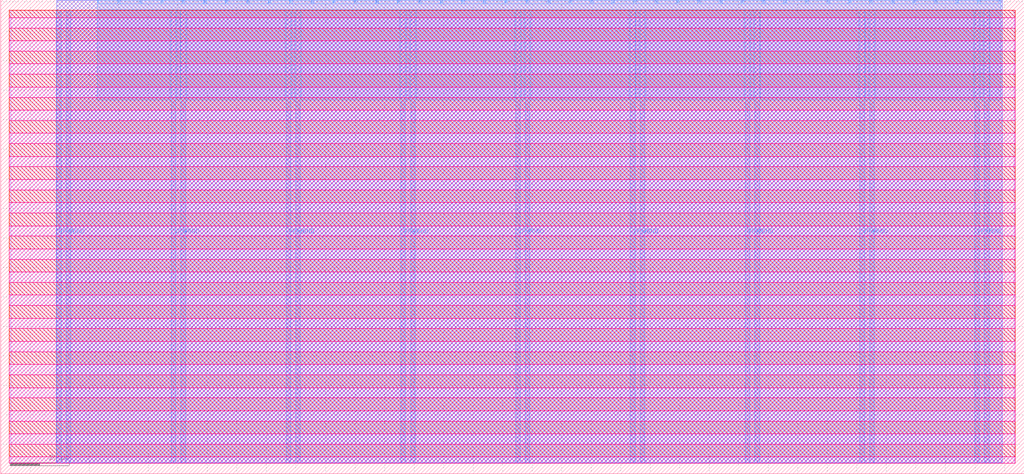
<source format=lef>
VERSION 5.7 ;
  NOWIREEXTENSIONATPIN ON ;
  DIVIDERCHAR "/" ;
  BUSBITCHARS "[]" ;
MACRO tt_um_dlmiles_loopback
  CLASS BLOCK ;
  FOREIGN tt_um_dlmiles_loopback ;
  ORIGIN 0.000 0.000 ;
  SIZE 346.640 BY 160.720 ;
  PIN VGND
    DIRECTION INOUT ;
    USE GROUND ;
    PORT
      LAYER Metal4 ;
        RECT 22.180 3.620 23.780 157.100 ;
    END
    PORT
      LAYER Metal4 ;
        RECT 61.050 3.620 62.650 157.100 ;
    END
    PORT
      LAYER Metal4 ;
        RECT 99.920 3.620 101.520 157.100 ;
    END
    PORT
      LAYER Metal4 ;
        RECT 138.790 3.620 140.390 157.100 ;
    END
    PORT
      LAYER Metal4 ;
        RECT 177.660 3.620 179.260 157.100 ;
    END
    PORT
      LAYER Metal4 ;
        RECT 216.530 3.620 218.130 157.100 ;
    END
    PORT
      LAYER Metal4 ;
        RECT 255.400 3.620 257.000 157.100 ;
    END
    PORT
      LAYER Metal4 ;
        RECT 294.270 3.620 295.870 157.100 ;
    END
    PORT
      LAYER Metal4 ;
        RECT 333.140 3.620 334.740 157.100 ;
    END
  END VGND
  PIN VPWR
    DIRECTION INOUT ;
    USE POWER ;
    PORT
      LAYER Metal4 ;
        RECT 18.880 3.620 20.480 157.100 ;
    END
    PORT
      LAYER Metal4 ;
        RECT 57.750 3.620 59.350 157.100 ;
    END
    PORT
      LAYER Metal4 ;
        RECT 96.620 3.620 98.220 157.100 ;
    END
    PORT
      LAYER Metal4 ;
        RECT 135.490 3.620 137.090 157.100 ;
    END
    PORT
      LAYER Metal4 ;
        RECT 174.360 3.620 175.960 157.100 ;
    END
    PORT
      LAYER Metal4 ;
        RECT 213.230 3.620 214.830 157.100 ;
    END
    PORT
      LAYER Metal4 ;
        RECT 252.100 3.620 253.700 157.100 ;
    END
    PORT
      LAYER Metal4 ;
        RECT 290.970 3.620 292.570 157.100 ;
    END
    PORT
      LAYER Metal4 ;
        RECT 329.840 3.620 331.440 157.100 ;
    END
  END VPWR
  PIN clk
    DIRECTION INPUT ;
    USE SIGNAL ;
    ANTENNAGATEAREA 4.738000 ;
    PORT
      LAYER Metal4 ;
        RECT 331.090 159.720 331.390 160.720 ;
    END
  END clk
  PIN ena
    DIRECTION INPUT ;
    USE SIGNAL ;
    ANTENNAGATEAREA 0.396000 ;
    PORT
      LAYER Metal4 ;
        RECT 338.370 159.720 338.670 160.720 ;
    END
  END ena
  PIN rst_n
    DIRECTION INPUT ;
    USE SIGNAL ;
    ANTENNAGATEAREA 0.498500 ;
    PORT
      LAYER Metal4 ;
        RECT 323.810 159.720 324.110 160.720 ;
    END
  END rst_n
  PIN ui_in[0]
    DIRECTION INPUT ;
    USE SIGNAL ;
    ANTENNAGATEAREA 0.726000 ;
    PORT
      LAYER Metal4 ;
        RECT 316.530 159.720 316.830 160.720 ;
    END
  END ui_in[0]
  PIN ui_in[1]
    DIRECTION INPUT ;
    USE SIGNAL ;
    ANTENNAGATEAREA 0.396000 ;
    PORT
      LAYER Metal4 ;
        RECT 309.250 159.720 309.550 160.720 ;
    END
  END ui_in[1]
  PIN ui_in[2]
    DIRECTION INPUT ;
    USE SIGNAL ;
    ANTENNAGATEAREA 0.396000 ;
    PORT
      LAYER Metal4 ;
        RECT 301.970 159.720 302.270 160.720 ;
    END
  END ui_in[2]
  PIN ui_in[3]
    DIRECTION INPUT ;
    USE SIGNAL ;
    ANTENNAGATEAREA 0.396000 ;
    PORT
      LAYER Metal4 ;
        RECT 294.690 159.720 294.990 160.720 ;
    END
  END ui_in[3]
  PIN ui_in[4]
    DIRECTION INPUT ;
    USE SIGNAL ;
    ANTENNAGATEAREA 0.396000 ;
    PORT
      LAYER Metal4 ;
        RECT 287.410 159.720 287.710 160.720 ;
    END
  END ui_in[4]
  PIN ui_in[5]
    DIRECTION INPUT ;
    USE SIGNAL ;
    ANTENNAGATEAREA 0.396000 ;
    PORT
      LAYER Metal4 ;
        RECT 280.130 159.720 280.430 160.720 ;
    END
  END ui_in[5]
  PIN ui_in[6]
    DIRECTION INPUT ;
    USE SIGNAL ;
    ANTENNAGATEAREA 0.396000 ;
    PORT
      LAYER Metal4 ;
        RECT 272.850 159.720 273.150 160.720 ;
    END
  END ui_in[6]
  PIN ui_in[7]
    DIRECTION INPUT ;
    USE SIGNAL ;
    ANTENNAGATEAREA 0.396000 ;
    PORT
      LAYER Metal4 ;
        RECT 265.570 159.720 265.870 160.720 ;
    END
  END ui_in[7]
  PIN uio_in[0]
    DIRECTION INPUT ;
    USE SIGNAL ;
    ANTENNAGATEAREA 0.396000 ;
    PORT
      LAYER Metal4 ;
        RECT 258.290 159.720 258.590 160.720 ;
    END
  END uio_in[0]
  PIN uio_in[1]
    DIRECTION INPUT ;
    USE SIGNAL ;
    ANTENNAGATEAREA 0.396000 ;
    PORT
      LAYER Metal4 ;
        RECT 251.010 159.720 251.310 160.720 ;
    END
  END uio_in[1]
  PIN uio_in[2]
    DIRECTION INPUT ;
    USE SIGNAL ;
    ANTENNAGATEAREA 0.396000 ;
    PORT
      LAYER Metal4 ;
        RECT 243.730 159.720 244.030 160.720 ;
    END
  END uio_in[2]
  PIN uio_in[3]
    DIRECTION INPUT ;
    USE SIGNAL ;
    ANTENNAGATEAREA 0.396000 ;
    PORT
      LAYER Metal4 ;
        RECT 236.450 159.720 236.750 160.720 ;
    END
  END uio_in[3]
  PIN uio_in[4]
    DIRECTION INPUT ;
    USE SIGNAL ;
    ANTENNAGATEAREA 0.396000 ;
    PORT
      LAYER Metal4 ;
        RECT 229.170 159.720 229.470 160.720 ;
    END
  END uio_in[4]
  PIN uio_in[5]
    DIRECTION INPUT ;
    USE SIGNAL ;
    ANTENNAGATEAREA 0.396000 ;
    PORT
      LAYER Metal4 ;
        RECT 221.890 159.720 222.190 160.720 ;
    END
  END uio_in[5]
  PIN uio_in[6]
    DIRECTION INPUT ;
    USE SIGNAL ;
    ANTENNAGATEAREA 0.396000 ;
    PORT
      LAYER Metal4 ;
        RECT 214.610 159.720 214.910 160.720 ;
    END
  END uio_in[6]
  PIN uio_in[7]
    DIRECTION INPUT ;
    USE SIGNAL ;
    ANTENNAGATEAREA 0.396000 ;
    PORT
      LAYER Metal4 ;
        RECT 207.330 159.720 207.630 160.720 ;
    END
  END uio_in[7]
  PIN uio_oe[0]
    DIRECTION OUTPUT ;
    USE SIGNAL ;
    ANTENNADIFFAREA 1.986000 ;
    PORT
      LAYER Metal4 ;
        RECT 83.570 159.720 83.870 160.720 ;
    END
  END uio_oe[0]
  PIN uio_oe[1]
    DIRECTION OUTPUT ;
    USE SIGNAL ;
    ANTENNADIFFAREA 1.986000 ;
    PORT
      LAYER Metal4 ;
        RECT 76.290 159.720 76.590 160.720 ;
    END
  END uio_oe[1]
  PIN uio_oe[2]
    DIRECTION OUTPUT ;
    USE SIGNAL ;
    ANTENNADIFFAREA 1.986000 ;
    PORT
      LAYER Metal4 ;
        RECT 69.010 159.720 69.310 160.720 ;
    END
  END uio_oe[2]
  PIN uio_oe[3]
    DIRECTION OUTPUT ;
    USE SIGNAL ;
    ANTENNADIFFAREA 1.986000 ;
    PORT
      LAYER Metal4 ;
        RECT 61.730 159.720 62.030 160.720 ;
    END
  END uio_oe[3]
  PIN uio_oe[4]
    DIRECTION OUTPUT ;
    USE SIGNAL ;
    ANTENNADIFFAREA 1.986000 ;
    PORT
      LAYER Metal4 ;
        RECT 54.450 159.720 54.750 160.720 ;
    END
  END uio_oe[4]
  PIN uio_oe[5]
    DIRECTION OUTPUT ;
    USE SIGNAL ;
    ANTENNADIFFAREA 1.986000 ;
    PORT
      LAYER Metal4 ;
        RECT 47.170 159.720 47.470 160.720 ;
    END
  END uio_oe[5]
  PIN uio_oe[6]
    DIRECTION OUTPUT ;
    USE SIGNAL ;
    ANTENNADIFFAREA 1.986000 ;
    PORT
      LAYER Metal4 ;
        RECT 39.890 159.720 40.190 160.720 ;
    END
  END uio_oe[6]
  PIN uio_oe[7]
    DIRECTION OUTPUT ;
    USE SIGNAL ;
    ANTENNAGATEAREA 14.853000 ;
    ANTENNADIFFAREA 4.408000 ;
    PORT
      LAYER Metal4 ;
        RECT 32.610 159.720 32.910 160.720 ;
    END
  END uio_oe[7]
  PIN uio_out[0]
    DIRECTION OUTPUT ;
    USE SIGNAL ;
    ANTENNADIFFAREA 1.986000 ;
    PORT
      LAYER Metal4 ;
        RECT 141.810 159.720 142.110 160.720 ;
    END
  END uio_out[0]
  PIN uio_out[1]
    DIRECTION OUTPUT ;
    USE SIGNAL ;
    ANTENNADIFFAREA 1.986000 ;
    PORT
      LAYER Metal4 ;
        RECT 134.530 159.720 134.830 160.720 ;
    END
  END uio_out[1]
  PIN uio_out[2]
    DIRECTION OUTPUT ;
    USE SIGNAL ;
    ANTENNADIFFAREA 1.986000 ;
    PORT
      LAYER Metal4 ;
        RECT 127.250 159.720 127.550 160.720 ;
    END
  END uio_out[2]
  PIN uio_out[3]
    DIRECTION OUTPUT ;
    USE SIGNAL ;
    ANTENNADIFFAREA 1.986000 ;
    PORT
      LAYER Metal4 ;
        RECT 119.970 159.720 120.270 160.720 ;
    END
  END uio_out[3]
  PIN uio_out[4]
    DIRECTION OUTPUT ;
    USE SIGNAL ;
    ANTENNADIFFAREA 1.986000 ;
    PORT
      LAYER Metal4 ;
        RECT 112.690 159.720 112.990 160.720 ;
    END
  END uio_out[4]
  PIN uio_out[5]
    DIRECTION OUTPUT ;
    USE SIGNAL ;
    ANTENNADIFFAREA 1.986000 ;
    PORT
      LAYER Metal4 ;
        RECT 105.410 159.720 105.710 160.720 ;
    END
  END uio_out[5]
  PIN uio_out[6]
    DIRECTION OUTPUT ;
    USE SIGNAL ;
    ANTENNADIFFAREA 2.080400 ;
    PORT
      LAYER Metal4 ;
        RECT 98.130 159.720 98.430 160.720 ;
    END
  END uio_out[6]
  PIN uio_out[7]
    DIRECTION OUTPUT ;
    USE SIGNAL ;
    ANTENNADIFFAREA 1.986000 ;
    PORT
      LAYER Metal4 ;
        RECT 90.850 159.720 91.150 160.720 ;
    END
  END uio_out[7]
  PIN uo_out[0]
    DIRECTION OUTPUT ;
    USE SIGNAL ;
    ANTENNADIFFAREA 1.986000 ;
    PORT
      LAYER Metal4 ;
        RECT 200.050 159.720 200.350 160.720 ;
    END
  END uo_out[0]
  PIN uo_out[1]
    DIRECTION OUTPUT ;
    USE SIGNAL ;
    ANTENNADIFFAREA 1.986000 ;
    PORT
      LAYER Metal4 ;
        RECT 192.770 159.720 193.070 160.720 ;
    END
  END uo_out[1]
  PIN uo_out[2]
    DIRECTION OUTPUT ;
    USE SIGNAL ;
    ANTENNADIFFAREA 1.986000 ;
    PORT
      LAYER Metal4 ;
        RECT 185.490 159.720 185.790 160.720 ;
    END
  END uo_out[2]
  PIN uo_out[3]
    DIRECTION OUTPUT ;
    USE SIGNAL ;
    ANTENNAGATEAREA 3.549000 ;
    ANTENNADIFFAREA 2.304600 ;
    PORT
      LAYER Metal4 ;
        RECT 178.210 159.720 178.510 160.720 ;
    END
  END uo_out[3]
  PIN uo_out[4]
    DIRECTION OUTPUT ;
    USE SIGNAL ;
    ANTENNADIFFAREA 2.304600 ;
    PORT
      LAYER Metal4 ;
        RECT 170.930 159.720 171.230 160.720 ;
    END
  END uo_out[4]
  PIN uo_out[5]
    DIRECTION OUTPUT ;
    USE SIGNAL ;
    ANTENNADIFFAREA 2.304600 ;
    PORT
      LAYER Metal4 ;
        RECT 163.650 159.720 163.950 160.720 ;
    END
  END uo_out[5]
  PIN uo_out[6]
    DIRECTION OUTPUT ;
    USE SIGNAL ;
    ANTENNADIFFAREA 1.986000 ;
    PORT
      LAYER Metal4 ;
        RECT 156.370 159.720 156.670 160.720 ;
    END
  END uo_out[6]
  PIN uo_out[7]
    DIRECTION OUTPUT ;
    USE SIGNAL ;
    ANTENNADIFFAREA 3.879200 ;
    PORT
      LAYER Metal4 ;
        RECT 149.090 159.720 149.390 160.720 ;
    END
  END uo_out[7]
  OBS
      LAYER Nwell ;
        RECT 2.930 154.640 343.710 157.230 ;
      LAYER Pwell ;
        RECT 2.930 151.120 343.710 154.640 ;
      LAYER Nwell ;
        RECT 2.930 146.800 343.710 151.120 ;
      LAYER Pwell ;
        RECT 2.930 143.280 343.710 146.800 ;
      LAYER Nwell ;
        RECT 2.930 138.960 343.710 143.280 ;
      LAYER Pwell ;
        RECT 2.930 135.440 343.710 138.960 ;
      LAYER Nwell ;
        RECT 2.930 131.120 343.710 135.440 ;
      LAYER Pwell ;
        RECT 2.930 127.600 343.710 131.120 ;
      LAYER Nwell ;
        RECT 2.930 123.280 343.710 127.600 ;
      LAYER Pwell ;
        RECT 2.930 119.760 343.710 123.280 ;
      LAYER Nwell ;
        RECT 2.930 115.440 343.710 119.760 ;
      LAYER Pwell ;
        RECT 2.930 111.920 343.710 115.440 ;
      LAYER Nwell ;
        RECT 2.930 107.600 343.710 111.920 ;
      LAYER Pwell ;
        RECT 2.930 104.080 343.710 107.600 ;
      LAYER Nwell ;
        RECT 2.930 99.760 343.710 104.080 ;
      LAYER Pwell ;
        RECT 2.930 96.240 343.710 99.760 ;
      LAYER Nwell ;
        RECT 2.930 91.920 343.710 96.240 ;
      LAYER Pwell ;
        RECT 2.930 88.400 343.710 91.920 ;
      LAYER Nwell ;
        RECT 2.930 84.080 343.710 88.400 ;
      LAYER Pwell ;
        RECT 2.930 80.560 343.710 84.080 ;
      LAYER Nwell ;
        RECT 2.930 76.240 343.710 80.560 ;
      LAYER Pwell ;
        RECT 2.930 72.720 343.710 76.240 ;
      LAYER Nwell ;
        RECT 2.930 68.400 343.710 72.720 ;
      LAYER Pwell ;
        RECT 2.930 64.880 343.710 68.400 ;
      LAYER Nwell ;
        RECT 2.930 60.560 343.710 64.880 ;
      LAYER Pwell ;
        RECT 2.930 57.040 343.710 60.560 ;
      LAYER Nwell ;
        RECT 2.930 52.720 343.710 57.040 ;
      LAYER Pwell ;
        RECT 2.930 49.200 343.710 52.720 ;
      LAYER Nwell ;
        RECT 2.930 44.880 343.710 49.200 ;
      LAYER Pwell ;
        RECT 2.930 41.360 343.710 44.880 ;
      LAYER Nwell ;
        RECT 2.930 37.040 343.710 41.360 ;
      LAYER Pwell ;
        RECT 2.930 33.520 343.710 37.040 ;
      LAYER Nwell ;
        RECT 2.930 29.200 343.710 33.520 ;
      LAYER Pwell ;
        RECT 2.930 25.680 343.710 29.200 ;
      LAYER Nwell ;
        RECT 2.930 21.360 343.710 25.680 ;
      LAYER Pwell ;
        RECT 2.930 17.840 343.710 21.360 ;
      LAYER Nwell ;
        RECT 2.930 13.520 343.710 17.840 ;
      LAYER Pwell ;
        RECT 2.930 10.000 343.710 13.520 ;
      LAYER Nwell ;
        RECT 2.930 5.680 343.710 10.000 ;
      LAYER Pwell ;
        RECT 2.930 3.490 343.710 5.680 ;
      LAYER Metal1 ;
        RECT 3.360 3.620 343.280 157.100 ;
      LAYER Metal2 ;
        RECT 19.020 3.730 339.220 160.630 ;
      LAYER Metal3 ;
        RECT 18.970 3.780 339.270 160.580 ;
      LAYER Metal4 ;
        RECT 33.210 159.420 39.590 160.630 ;
        RECT 40.490 159.420 46.870 160.630 ;
        RECT 47.770 159.420 54.150 160.630 ;
        RECT 55.050 159.420 61.430 160.630 ;
        RECT 62.330 159.420 68.710 160.630 ;
        RECT 69.610 159.420 75.990 160.630 ;
        RECT 76.890 159.420 83.270 160.630 ;
        RECT 84.170 159.420 90.550 160.630 ;
        RECT 91.450 159.420 97.830 160.630 ;
        RECT 98.730 159.420 105.110 160.630 ;
        RECT 106.010 159.420 112.390 160.630 ;
        RECT 113.290 159.420 119.670 160.630 ;
        RECT 120.570 159.420 126.950 160.630 ;
        RECT 127.850 159.420 134.230 160.630 ;
        RECT 135.130 159.420 141.510 160.630 ;
        RECT 142.410 159.420 148.790 160.630 ;
        RECT 149.690 159.420 156.070 160.630 ;
        RECT 156.970 159.420 163.350 160.630 ;
        RECT 164.250 159.420 170.630 160.630 ;
        RECT 171.530 159.420 177.910 160.630 ;
        RECT 178.810 159.420 185.190 160.630 ;
        RECT 186.090 159.420 192.470 160.630 ;
        RECT 193.370 159.420 199.750 160.630 ;
        RECT 200.650 159.420 207.030 160.630 ;
        RECT 207.930 159.420 214.310 160.630 ;
        RECT 215.210 159.420 221.590 160.630 ;
        RECT 222.490 159.420 228.870 160.630 ;
        RECT 229.770 159.420 236.150 160.630 ;
        RECT 237.050 159.420 243.430 160.630 ;
        RECT 244.330 159.420 250.710 160.630 ;
        RECT 251.610 159.420 257.990 160.630 ;
        RECT 258.890 159.420 265.270 160.630 ;
        RECT 266.170 159.420 272.550 160.630 ;
        RECT 273.450 159.420 279.830 160.630 ;
        RECT 280.730 159.420 287.110 160.630 ;
        RECT 288.010 159.420 294.390 160.630 ;
        RECT 295.290 159.420 301.670 160.630 ;
        RECT 302.570 159.420 308.950 160.630 ;
        RECT 309.850 159.420 316.230 160.630 ;
        RECT 317.130 159.420 323.510 160.630 ;
        RECT 324.410 159.420 330.790 160.630 ;
        RECT 331.690 159.420 338.070 160.630 ;
        RECT 32.620 157.400 338.660 159.420 ;
        RECT 32.620 126.650 57.450 157.400 ;
        RECT 59.650 126.650 60.750 157.400 ;
        RECT 62.950 126.650 96.320 157.400 ;
        RECT 98.520 126.650 99.620 157.400 ;
        RECT 101.820 126.650 135.190 157.400 ;
        RECT 137.390 126.650 138.490 157.400 ;
        RECT 140.690 126.650 174.060 157.400 ;
        RECT 176.260 126.650 177.360 157.400 ;
        RECT 179.560 126.650 212.930 157.400 ;
        RECT 215.130 126.650 216.230 157.400 ;
        RECT 218.430 126.650 251.800 157.400 ;
        RECT 254.000 126.650 255.100 157.400 ;
        RECT 257.300 126.650 290.670 157.400 ;
        RECT 292.870 126.650 293.970 157.400 ;
        RECT 296.170 126.650 329.540 157.400 ;
        RECT 331.740 126.650 332.840 157.400 ;
        RECT 335.040 126.650 338.660 157.400 ;
  END
END tt_um_dlmiles_loopback
END LIBRARY


</source>
